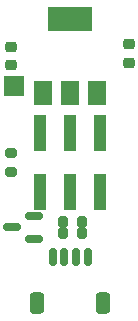
<source format=gbr>
%TF.GenerationSoftware,KiCad,Pcbnew,(6.0.9)*%
%TF.CreationDate,2022-11-21T17:19:20+00:00*%
%TF.ProjectId,DLSB-DRIVERBOARD-V1,444c5342-2d44-4524-9956-4552424f4152,rev?*%
%TF.SameCoordinates,Original*%
%TF.FileFunction,Soldermask,Bot*%
%TF.FilePolarity,Negative*%
%FSLAX46Y46*%
G04 Gerber Fmt 4.6, Leading zero omitted, Abs format (unit mm)*
G04 Created by KiCad (PCBNEW (6.0.9)) date 2022-11-21 17:19:20*
%MOMM*%
%LPD*%
G01*
G04 APERTURE LIST*
G04 Aperture macros list*
%AMRoundRect*
0 Rectangle with rounded corners*
0 $1 Rounding radius*
0 $2 $3 $4 $5 $6 $7 $8 $9 X,Y pos of 4 corners*
0 Add a 4 corners polygon primitive as box body*
4,1,4,$2,$3,$4,$5,$6,$7,$8,$9,$2,$3,0*
0 Add four circle primitives for the rounded corners*
1,1,$1+$1,$2,$3*
1,1,$1+$1,$4,$5*
1,1,$1+$1,$6,$7*
1,1,$1+$1,$8,$9*
0 Add four rect primitives between the rounded corners*
20,1,$1+$1,$2,$3,$4,$5,0*
20,1,$1+$1,$4,$5,$6,$7,0*
20,1,$1+$1,$6,$7,$8,$9,0*
20,1,$1+$1,$8,$9,$2,$3,0*%
G04 Aperture macros list end*
%ADD10R,1.700000X1.700000*%
%ADD11RoundRect,0.225000X0.250000X-0.225000X0.250000X0.225000X-0.250000X0.225000X-0.250000X-0.225000X0*%
%ADD12RoundRect,0.200000X-0.275000X0.200000X-0.275000X-0.200000X0.275000X-0.200000X0.275000X0.200000X0*%
%ADD13RoundRect,0.200000X-0.200000X-0.275000X0.200000X-0.275000X0.200000X0.275000X-0.200000X0.275000X0*%
%ADD14RoundRect,0.150000X0.587500X0.150000X-0.587500X0.150000X-0.587500X-0.150000X0.587500X-0.150000X0*%
%ADD15RoundRect,0.150000X0.150000X0.625000X-0.150000X0.625000X-0.150000X-0.625000X0.150000X-0.625000X0*%
%ADD16RoundRect,0.250000X0.350000X0.650000X-0.350000X0.650000X-0.350000X-0.650000X0.350000X-0.650000X0*%
%ADD17R,1.500000X2.000000*%
%ADD18R,3.800000X2.000000*%
%ADD19R,1.000000X3.150000*%
G04 APERTURE END LIST*
D10*
%TO.C,J4*%
X-4750000Y6500000D03*
%TD*%
D11*
%TO.C,C2*%
X5000000Y8450000D03*
X5000000Y10000000D03*
%TD*%
D12*
%TO.C,R1*%
X-5000000Y825000D03*
X-5000000Y-825000D03*
%TD*%
D13*
%TO.C,R3*%
X-650000Y-6000000D03*
X1000000Y-6000000D03*
%TD*%
D11*
%TO.C,C1*%
X-5000000Y8225000D03*
X-5000000Y9775000D03*
%TD*%
D13*
%TO.C,R2*%
X-650000Y-5000000D03*
X1000000Y-5000000D03*
%TD*%
D14*
%TO.C,Q1*%
X-3062500Y-4550000D03*
X-3062500Y-6450000D03*
X-4937500Y-5500000D03*
%TD*%
D15*
%TO.C,J3*%
X1500000Y-8000000D03*
X500000Y-8000000D03*
X-500000Y-8000000D03*
X-1500000Y-8000000D03*
D16*
X2800000Y-11875000D03*
X-2800000Y-11875000D03*
%TD*%
D17*
%TO.C,U2*%
X2300000Y5850000D03*
D18*
X0Y12150000D03*
D17*
X0Y5850000D03*
X-2300000Y5850000D03*
%TD*%
D19*
%TO.C,J2*%
X2540000Y-2525000D03*
X2540000Y2525000D03*
X0Y-2525000D03*
X0Y2525000D03*
X-2540000Y-2525000D03*
X-2540000Y2525000D03*
%TD*%
M02*

</source>
